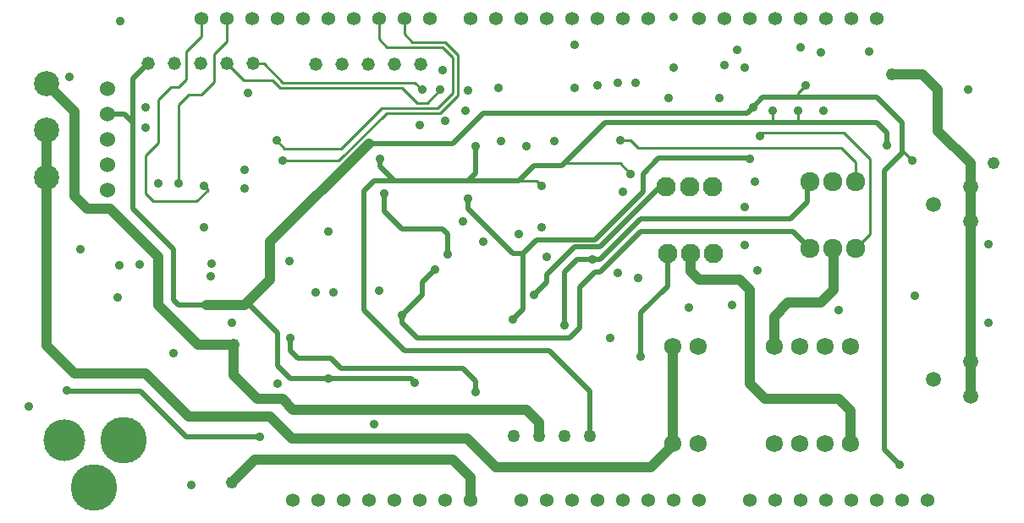
<source format=gbr>
G04 EAGLE Gerber RS-274X export*
G75*
%MOMM*%
%FSLAX34Y34*%
%LPD*%
%INCopper Layer 15*%
%IPPOS*%
%AMOC8*
5,1,8,0,0,1.08239X$1,22.5*%
G01*
%ADD10C,1.524000*%
%ADD11C,1.358000*%
%ADD12C,1.320800*%
%ADD13C,1.920000*%
%ADD14C,1.950000*%
%ADD15C,1.725000*%
%ADD16C,2.520000*%
%ADD17C,4.656100*%
%ADD18C,4.178300*%
%ADD19C,1.268000*%
%ADD20C,1.508000*%
%ADD21C,0.914400*%
%ADD22C,0.508000*%
%ADD23C,1.016000*%
%ADD24C,0.254000*%
%ADD25C,1.219200*%


D10*
X93940Y387510D03*
X93940Y412910D03*
X93940Y438310D03*
X93940Y362110D03*
X93940Y336710D03*
D11*
X634960Y508160D03*
X609560Y508160D03*
X584160Y508160D03*
X558760Y508160D03*
X533360Y508160D03*
X507960Y508160D03*
X482560Y508160D03*
X457160Y508160D03*
X416520Y508160D03*
X391120Y508160D03*
X365720Y508160D03*
X340320Y508160D03*
X314920Y508160D03*
X289520Y508160D03*
X264120Y508160D03*
X238720Y508160D03*
X213320Y508160D03*
X187920Y508160D03*
X279360Y25560D03*
X304760Y25560D03*
X330160Y25560D03*
X355560Y25560D03*
X380960Y25560D03*
X406360Y25560D03*
X431760Y25560D03*
X457160Y25560D03*
X507960Y25560D03*
X533360Y25560D03*
X558760Y25560D03*
X584160Y25560D03*
X609560Y25560D03*
X634960Y25560D03*
X660360Y25560D03*
X685760Y25560D03*
X685760Y508160D03*
X711160Y508160D03*
X736560Y508160D03*
X761960Y508160D03*
X787360Y508160D03*
X812760Y508160D03*
X838160Y508160D03*
X863560Y508160D03*
X736560Y25560D03*
X761960Y25560D03*
X787360Y25560D03*
X812760Y25560D03*
X838160Y25560D03*
X863560Y25560D03*
X888960Y25560D03*
X914360Y25560D03*
D12*
X134580Y463710D03*
X160742Y463710D03*
X186904Y463710D03*
X213066Y463710D03*
X239228Y463710D03*
X302220Y462440D03*
X328382Y462440D03*
X354544Y462440D03*
X380706Y462440D03*
X406868Y462440D03*
D13*
X796250Y278290D03*
X819150Y278290D03*
X842050Y278290D03*
D14*
X654010Y273210D03*
X676910Y273210D03*
X699810Y273210D03*
D13*
X796450Y344920D03*
X819350Y344920D03*
X842250Y344920D03*
D14*
X652940Y339840D03*
X675840Y339840D03*
X698740Y339840D03*
D15*
X659290Y180090D03*
X684690Y180090D03*
X760890Y180090D03*
X786290Y180090D03*
X811690Y180090D03*
X837090Y180090D03*
X659290Y82300D03*
X684690Y82300D03*
X760890Y82300D03*
X786290Y82300D03*
X811690Y82300D03*
X837090Y82300D03*
D16*
X32980Y349400D03*
X32980Y396400D03*
X32980Y443400D03*
D17*
X110196Y85758D03*
D18*
X50196Y85758D03*
D17*
X80196Y38758D03*
D19*
X500380Y89916D03*
X525780Y89916D03*
X551180Y89916D03*
X576580Y89916D03*
D20*
X919980Y147320D03*
X957480Y130320D03*
X957480Y164320D03*
X919980Y322580D03*
X957480Y305580D03*
X957480Y339580D03*
D21*
X55840Y449740D03*
X360640Y101760D03*
X104100Y228760D03*
X159980Y172880D03*
X469860Y284640D03*
X218400Y203360D03*
X955000Y437040D03*
X264120Y142400D03*
X234422Y433718D03*
X855980Y475394D03*
X741680Y345440D03*
X365760Y236220D03*
X739588Y419748D03*
X499040Y207170D03*
D22*
X509200Y217330D02*
X509200Y273240D01*
X509200Y217330D02*
X499040Y207170D01*
X499040Y273240D02*
X454620Y317660D01*
X454620Y327820D01*
D21*
X314920Y147480D03*
X454620Y327820D03*
X193000Y221140D03*
D22*
X165060Y221140D01*
X159980Y226220D01*
X110450Y412910D02*
X93940Y412910D01*
X159980Y277020D02*
X159980Y226220D01*
X159980Y277020D02*
X119340Y317660D01*
X119340Y404020D01*
X110450Y412910D01*
X119340Y404020D02*
X119340Y448470D01*
D23*
X193000Y221140D02*
X231100Y221140D01*
D22*
X236180Y221140D01*
X264120Y193200D01*
X264120Y160180D02*
X276820Y147480D01*
X314920Y147480D01*
X264120Y160180D02*
X264120Y193200D01*
X871180Y76360D02*
X871180Y355760D01*
X888960Y373540D01*
X888960Y376080D01*
X888960Y404020D01*
X863560Y429420D01*
D21*
X886420Y61120D03*
D23*
X256500Y246540D02*
X231100Y221140D01*
X256500Y246540D02*
X256500Y284640D01*
D22*
X871180Y76360D02*
X886420Y61120D01*
D21*
X736694Y368006D03*
D24*
X888960Y376080D02*
X899120Y365920D01*
D21*
X899120Y365920D03*
D22*
X134580Y463710D02*
X119340Y448470D01*
X749260Y429420D02*
X784860Y429420D01*
X863560Y429420D01*
D23*
X355400Y383540D02*
X256500Y284640D01*
D22*
X733860Y414020D02*
X739588Y419748D01*
X749260Y429420D01*
X439420Y383540D02*
X355400Y383540D01*
X509200Y273240D02*
X522632Y286672D01*
X629920Y335280D02*
X629920Y353060D01*
X645320Y368460D01*
X581312Y286672D02*
X522632Y286672D01*
X581312Y286672D02*
X629920Y335280D01*
X736098Y368006D02*
X736694Y368006D01*
X736098Y368006D02*
X736052Y368460D01*
X645320Y368460D01*
X509200Y273240D02*
X499040Y273240D01*
X439420Y383540D02*
X469900Y414020D01*
X733860Y414020D01*
D21*
X792480Y441960D03*
D24*
X784860Y434340D01*
X784860Y429420D01*
D21*
X401320Y143604D03*
D22*
X397444Y147480D01*
X314920Y147480D01*
D21*
X198080Y263050D03*
X196810Y250350D03*
X449540Y304960D03*
X314920Y294800D03*
X406360Y401480D03*
X596860Y188120D03*
D25*
X218400Y43340D03*
D23*
X241260Y66200D01*
X439380Y66200D02*
X457160Y48420D01*
X457160Y25560D01*
X439380Y66200D02*
X241260Y66200D01*
D21*
X302220Y233840D03*
X165060Y343060D03*
D24*
X165060Y421800D01*
X175220Y431960D01*
X187920Y431960D01*
X200620Y444660D01*
X200620Y472600D02*
X213320Y485300D01*
X213320Y508160D01*
X200620Y472600D02*
X200620Y444660D01*
D21*
X320000Y233840D03*
X190460Y340520D03*
D24*
X194270Y336710D01*
X182840Y325280D01*
X139660Y325280D01*
X132040Y332900D01*
X132040Y371000D01*
X144740Y383700D01*
X144740Y426880D01*
X157440Y439580D01*
X165060Y439580D01*
X172680Y447200D01*
X172680Y475140D01*
X187920Y490380D01*
X187920Y508160D01*
D21*
X269200Y365920D03*
D24*
X325280Y365920D01*
X398780Y485140D02*
X431800Y485140D01*
X398780Y485140D02*
X391120Y492800D01*
X391120Y508160D01*
X373380Y414020D02*
X325280Y365920D01*
X373380Y414020D02*
X426720Y414020D01*
X444500Y431800D01*
X444500Y472440D01*
X431800Y485140D01*
D21*
X106640Y505620D03*
X66508Y277020D03*
X105624Y261272D03*
X125944Y262288D03*
X275550Y265590D03*
X190460Y299626D03*
X132040Y419260D03*
X454660Y436880D03*
X132040Y398940D03*
D25*
X980400Y363380D03*
D21*
X144740Y343060D03*
X533360Y269400D03*
X429260Y457200D03*
X561340Y482600D03*
X604520Y444500D03*
X624840Y248920D03*
D22*
X391120Y175420D02*
X350480Y216060D01*
X350480Y335440D02*
X360640Y345600D01*
X350480Y335440D02*
X350480Y216060D01*
X360640Y345600D02*
X381000Y345600D01*
X454660Y345600D01*
X505420Y345600D01*
X548600Y360840D02*
X551080Y363320D01*
X591780Y404020D01*
X873720Y393860D02*
X873720Y381160D01*
X873720Y393860D02*
X863560Y404020D01*
D21*
X873720Y381160D03*
D22*
X863560Y404020D02*
X784860Y404020D01*
X759460Y404020D01*
X591780Y404020D01*
D21*
X528164Y340636D03*
X366512Y368206D03*
D22*
X505420Y345600D02*
X520660Y360840D01*
X548600Y360840D01*
D21*
X759460Y416560D03*
D24*
X759460Y404020D01*
D22*
X366512Y368206D02*
X366512Y360088D01*
X381000Y345600D01*
D24*
X523200Y345600D02*
X528164Y340636D01*
X523200Y345600D02*
X505420Y345600D01*
D21*
X617220Y353060D03*
D24*
X606960Y363320D01*
X551080Y363320D01*
D21*
X452120Y416560D03*
X784860Y416560D03*
D24*
X784860Y404020D01*
D22*
X576580Y134740D02*
X576580Y89916D01*
X576580Y134740D02*
X535900Y175420D01*
X391120Y175420D01*
D21*
X462280Y381000D03*
D22*
X462280Y353220D01*
X454660Y345600D01*
D23*
X837090Y115530D02*
X837090Y82300D01*
X837090Y115530D02*
X825460Y127160D01*
X751800Y127160D01*
X676910Y255390D02*
X676910Y273210D01*
X676910Y255390D02*
X685760Y246540D01*
X726400Y246540D01*
X736560Y236380D01*
X736560Y142400D02*
X751800Y127160D01*
X736560Y142400D02*
X736560Y236380D01*
X760890Y209910D02*
X760890Y180090D01*
X807680Y223680D02*
X820380Y236380D01*
X820380Y277060D01*
D22*
X819150Y278290D01*
D23*
X774660Y223680D02*
X760890Y209910D01*
X774660Y223680D02*
X807680Y223680D01*
D24*
X842050Y278290D02*
X856422Y292662D01*
X856422Y367978D01*
X830540Y393860D01*
D21*
X746760Y391160D03*
D24*
X749460Y393860D01*
X830540Y393860D01*
D21*
X434300Y271940D03*
D22*
X434300Y292260D01*
X429220Y297340D01*
X370800Y315120D02*
X370800Y332900D01*
D21*
X370800Y332900D03*
D22*
X388580Y297340D02*
X429220Y297340D01*
X388580Y297340D02*
X370800Y315120D01*
D21*
X421600Y256700D03*
X388580Y210980D03*
D22*
X408900Y231300D01*
X408900Y244000D02*
X421600Y256700D01*
X408900Y244000D02*
X408900Y231300D01*
X388580Y210980D02*
X388580Y203360D01*
X403820Y188120D01*
X556220Y188120D01*
X566380Y198280D01*
X566380Y238920D01*
X779740Y294800D02*
X796250Y278290D01*
X581620Y254160D02*
X566380Y238920D01*
X581620Y254160D02*
X586700Y254160D01*
X627340Y294800D01*
X779740Y294800D01*
X449540Y157640D02*
X327620Y157640D01*
X654010Y240190D02*
X654010Y273210D01*
X654010Y240190D02*
X627380Y213560D01*
X327620Y157640D02*
X317460Y167800D01*
X284440Y167800D01*
X276820Y175420D01*
X276820Y188120D01*
D21*
X276820Y188120D03*
D22*
X462280Y144900D02*
X462280Y134620D01*
D21*
X462280Y134620D03*
X627380Y170180D03*
D22*
X627380Y213560D01*
X462280Y144900D02*
X449540Y157640D01*
D21*
X825460Y216060D03*
D23*
X878800Y452280D02*
X909280Y452280D01*
D25*
X878800Y452280D03*
D23*
X957480Y363320D02*
X957480Y339580D01*
X924560Y437000D02*
X909280Y452280D01*
X924560Y437000D02*
X924560Y396240D01*
X957480Y363320D01*
X957480Y339580D02*
X957480Y305580D01*
X957480Y164320D01*
X957480Y130320D01*
D24*
X842250Y344920D02*
X842250Y364370D01*
X828000Y378620D02*
X624840Y378620D01*
X617220Y386240D01*
D21*
X607020Y386240D03*
D24*
X617220Y386240D01*
X828000Y378620D02*
X842250Y364370D01*
D21*
X551140Y200820D03*
D22*
X551140Y254160D01*
X563840Y266860D01*
X579080Y266860D01*
D21*
X579080Y266860D03*
D22*
X586700Y266860D01*
X794300Y342770D02*
X796450Y344920D01*
X794300Y342770D02*
X794300Y324600D01*
X627340Y307500D02*
X586700Y266860D01*
X627340Y307500D02*
X777200Y307500D01*
X794300Y324600D01*
X652940Y339840D02*
X646980Y339840D01*
X586700Y279560D02*
X561300Y279560D01*
X586700Y279560D02*
X646980Y339840D01*
D21*
X520660Y231300D03*
D22*
X533360Y244000D01*
X533360Y251620D01*
X561300Y279560D01*
D21*
X901700Y231140D03*
X246340Y89060D03*
D22*
X54416Y134780D02*
X53300Y135896D01*
D21*
X53300Y135896D03*
D22*
X172680Y89060D02*
X246340Y89060D01*
X172680Y89060D02*
X126960Y134780D01*
X54416Y134780D01*
D25*
X220080Y181360D03*
D23*
X220080Y150880D02*
X243800Y127160D01*
X269240Y127160D01*
X220080Y150880D02*
X220080Y181360D01*
X184520Y181360D01*
X144740Y221140D02*
X144740Y269400D01*
X96480Y317660D01*
X144740Y221140D02*
X184520Y181360D01*
X96480Y317660D02*
X73620Y317660D01*
X60920Y330360D01*
X60920Y415460D02*
X32980Y443400D01*
X60920Y415460D02*
X60920Y330360D01*
D21*
X15200Y119540D03*
X177760Y40800D03*
D23*
X525780Y89916D02*
X525780Y104140D01*
X279560Y116840D02*
X269240Y127160D01*
X513080Y116840D02*
X525780Y104140D01*
X513080Y116840D02*
X279560Y116840D01*
D21*
X231100Y356776D03*
X744220Y256540D03*
X731520Y281940D03*
X231100Y337980D03*
X426680Y437040D03*
D24*
X229736Y447040D02*
X213066Y463710D01*
X229736Y447040D02*
X259080Y447040D01*
X266700Y439420D01*
X413820Y424180D02*
X426680Y437040D01*
X413820Y424180D02*
X403860Y424180D01*
X388620Y439420D02*
X266700Y439420D01*
X388620Y439420D02*
X403860Y424180D01*
D21*
X408900Y437040D03*
D24*
X250030Y463710D02*
X239228Y463710D01*
X401440Y444500D02*
X408900Y437040D01*
X269240Y444500D02*
X250030Y463710D01*
X269240Y444500D02*
X401440Y444500D01*
D21*
X263104Y386240D03*
D24*
X270884Y378460D01*
X327660Y378460D02*
X368300Y419100D01*
X365720Y487720D02*
X365720Y508160D01*
X327660Y378460D02*
X270884Y378460D01*
X368300Y419100D02*
X424180Y419100D01*
X439420Y434340D01*
X439420Y469900D01*
X429260Y480060D01*
X373380Y480060D01*
X365720Y487720D01*
D23*
X659290Y180090D02*
X659290Y82300D01*
X32980Y349400D02*
X32980Y396400D01*
X32980Y349400D02*
X32980Y180500D01*
X60920Y152560D01*
X132040Y152560D01*
X175220Y109380D01*
X256500Y109380D01*
X278500Y87380D01*
X453760Y87380D01*
X482560Y58580D01*
X637500Y58580D01*
X660360Y81440D01*
X659290Y82300D01*
D21*
X975320Y203360D03*
X718780Y221140D03*
X975320Y282100D03*
X675600Y218600D03*
X810260Y416560D03*
X655320Y429260D03*
X706120Y429260D03*
X660400Y459740D03*
X723900Y477520D03*
X731520Y320040D03*
X731520Y459740D03*
X584200Y441960D03*
X561340Y439420D03*
X711200Y462280D03*
X622300Y444500D03*
X660400Y510540D03*
X487680Y386080D03*
X609600Y335280D03*
X604520Y254000D03*
X505420Y292260D03*
X528320Y299720D03*
X541020Y386080D03*
X485140Y439420D03*
X513080Y381000D03*
X431800Y406400D03*
X807720Y474980D03*
X787400Y480060D03*
M02*

</source>
